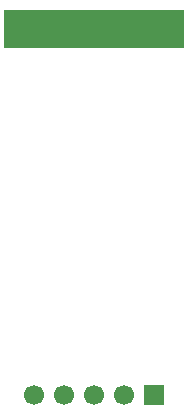
<source format=gbr>
G04 DipTrace 3.3.1.3*
G04 badge-BottomMask.gbr*
%MOMM*%
G04 #@! TF.FileFunction,Soldermask,Bot*
G04 #@! TF.Part,Single*
%ADD43R,15.2X3.2*%
%ADD45C,1.7*%
%ADD46R,1.7X1.7*%
%FSLAX35Y35*%
G04*
G71*
G90*
G75*
G01*
G04 BotMask*
%LPD*%
D46*
X4808000Y1200000D3*
D45*
X4554000D3*
X4300000D3*
X4046000D3*
X3792000D3*
D43*
X4300000Y4300000D3*
M02*

</source>
